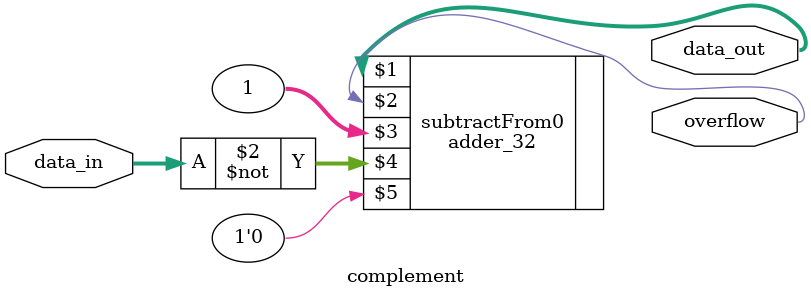
<source format=v>
module complement(data_out, data_in, overflow); 
    input [31:0] data_in; 
    output [31:0] data_out; 
    output overflow; 

    wire throwaway; 
    adder_32 subtractFrom0(data_out, overflow, 1, ~data_in, 1'b0); 

endmodule
</source>
